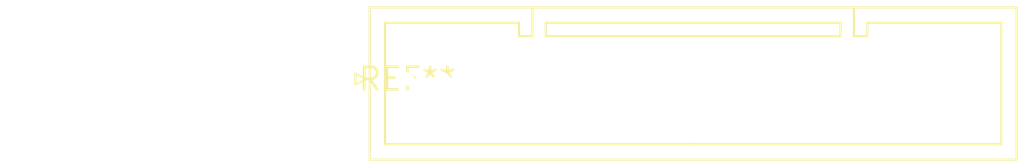
<source format=kicad_pcb>
(kicad_pcb (version 20240108) (generator pcbnew)
  (layers (0 "F.Cu" signal) (31 "B.Cu" signal) (34 "B.Paste" user) (35 "F.Paste" user) (36 "B.SilkS" user "B.Silkscreen") (37 "F.SilkS" user "F.Silkscreen") (38 "B.Mask" user) (39 "F.Mask" user) (44 "Edge.Cuts" user))
  (net 0 "")
  (footprint "JST_PUD_B34B-PUDSS_2x17_P2.00mm_Vertical" (layer "F.Cu") (at 0 0)
    (property "Reference" "REF**")
    (property "Value" "JST_PUD_B34B-PUDSS_2x17_P2.00mm_Vertical")
    (fp_line (start -2.91 -0.3) (end -2.31 0) (layer "F.SilkS") (stroke (width 0.12)))
    (fp_line (start -2.91 0.3) (end -2.91 -0.3) (layer "F.SilkS") (stroke (width 0.12)))
    (fp_line (start -2.31 0) (end -2.91 0.3) (layer "F.SilkS") (stroke (width 0.12)))
    (fp_line (start -2.11 -4.01) (end -2.11 4.51) (layer "F.SilkS") (stroke (width 0.12)))
    (fp_line (start -2.11 4.51) (end 34.11 4.51) (layer "F.SilkS") (stroke (width 0.12)))
    (fp_line (start -1.25 -3.15) (end -1.25 3.65) (layer "F.SilkS") (stroke (width 0.12)))
    (fp_line (start -1.25 3.65) (end 16 3.65) (layer "F.SilkS") (stroke (width 0.12)))
    (fp_line (start 6.25 -3.15) (end -1.25 -3.15) (layer "F.SilkS") (stroke (width 0.12)))
    (fp_line (start 6.25 -2.4) (end 6.25 -3.15) (layer "F.SilkS") (stroke (width 0.12)))
    (fp_line (start 7 -4.01) (end 7 -2.4) (layer "F.SilkS") (stroke (width 0.12)))
    (fp_line (start 7 -2.4) (end 6.25 -2.4) (layer "F.SilkS") (stroke (width 0.12)))
    (fp_line (start 7.75 -3.15) (end 7.75 -2.4) (layer "F.SilkS") (stroke (width 0.12)))
    (fp_line (start 7.75 -2.4) (end 24.25 -2.4) (layer "F.SilkS") (stroke (width 0.12)))
    (fp_line (start 24.25 -3.15) (end 7.75 -3.15) (layer "F.SilkS") (stroke (width 0.12)))
    (fp_line (start 24.25 -2.4) (end 24.25 -3.15) (layer "F.SilkS") (stroke (width 0.12)))
    (fp_line (start 25 -4.01) (end 25 -2.4) (layer "F.SilkS") (stroke (width 0.12)))
    (fp_line (start 25 -2.4) (end 25.75 -2.4) (layer "F.SilkS") (stroke (width 0.12)))
    (fp_line (start 25.75 -3.15) (end 33.25 -3.15) (layer "F.SilkS") (stroke (width 0.12)))
    (fp_line (start 25.75 -2.4) (end 25.75 -3.15) (layer "F.SilkS") (stroke (width 0.12)))
    (fp_line (start 33.25 -3.15) (end 33.25 3.65) (layer "F.SilkS") (stroke (width 0.12)))
    (fp_line (start 33.25 3.65) (end 16 3.65) (layer "F.SilkS") (stroke (width 0.12)))
    (fp_line (start 34.11 -4.01) (end -2.11 -4.01) (layer "F.SilkS") (stroke (width 0.12)))
    (fp_line (start 34.11 4.51) (end 34.11 -4.01) (layer "F.SilkS") (stroke (width 0.12)))
    (pad "1" thru_hole roundrect (at 0 0) (size 1.2 1.2) (drill 0.75) (layers *.Cu *.Mask) (remove_unused_layers) (roundrect_rratio 0.208333))
    (pad "2" thru_hole circle (at 0 2) (size 1.2 1.2) (drill 0.75) (layers *.Cu *.Mask) (remove_unused_layers))
    (pad "3" thru_hole circle (at 2 0) (size 1.2 1.2) (drill 0.75) (layers *.Cu *.Mask) (remove_unused_layers))
    (pad "4" thru_hole circle (at 2 2) (size 1.2 1.2) (drill 0.75) (layers *.Cu *.Mask) (remove_unused_layers))
    (pad "5" thru_hole circle (at 4 0) (size 1.2 1.2) (drill 0.75) (layers *.Cu *.Mask) (remove_unused_layers))
    (pad "6" thru_hole circle (at 4 2) (size 1.2 1.2) (drill 0.75) (layers *.Cu *.Mask) (remove_unused_layers))
    (pad "7" thru_hole circle (at 6 0) (size 1.2 1.2) (drill 0.75) (layers *.Cu *.Mask) (remove_unused_layers))
    (pad "8" thru_hole circle (at 6 2) (size 1.2 1.2) (drill 0.75) (layers *.Cu *.Mask) (remove_unused_layers))
    (pad "9" thru_hole circle (at 8 0) (size 1.2 1.2) (drill 0.75) (layers *.Cu *.Mask) (remove_unused_layers))
    (pad "10" thru_hole circle (at 8 2) (size 1.2 1.2) (drill 0.75) (layers *.Cu *.Mask) (remove_unused_layers))
    (pad "11" thru_hole circle (at 10 0) (size 1.2 1.2) (drill 0.75) (layers *.Cu *.Mask) (remove_unused_layers))
    (pad "12" thru_hole circle (at 10 2) (size 1.2 1.2) (drill 0.75) (layers *.Cu *.Mask) (remove_unused_layers))
    (pad "13" thru_hole circle (at 12 0) (size 1.2 1.2) (drill 0.75) (layers *.Cu *.Mask) (remove_unused_layers))
    (pad "14" thru_hole circle (at 12 2) (size 1.2 1.2) (drill 0.75) (layers *.Cu *.Mask) (remove_unused_layers))
    (pad "15" thru_hole circle (at 14 0) (size 1.2 1.2) (drill 0.75) (layers *.Cu *.Mask) (remove_unused_layers))
    (pad "16" thru_hole circle (at 14 2) (size 1.2 1.2) (drill 0.75) (layers *.Cu *.Mask) (remove_unused_layers))
    (pad "17" thru_hole circle (at 16 0) (size 1.2 1.2) (drill 0.75) (layers *.Cu *.Mask) (remove_unused_layers))
    (pad "18" thru_hole circle (at 16 2) (size 1.2 1.2) (drill 0.75) (layers *.Cu *.Mask) (remove_unused_layers))
    (pad "19" thru_hole circle (at 18 0) (size 1.2 1.2) (drill 0.75) (layers *.Cu *.Mask) (remove_unused_layers))
    (pad "20" thru_hole circle (at 18 2) (size 1.2 1.2) (drill 0.75) (layers *.Cu *.Mask) (remove_unused_layers))
    (pad "21" thru_hole circle (at 20 0) (size 1.2 1.2) (drill 0.75) (layers *.Cu *.Mask) (remove_unused_layers))
    (pad "22" thru_hole circle (at 20 2) (size 1.2 1.2) (drill 0.75) (layers *.Cu *.Mask) (remove_unused_layers))
    (pad "23" thru_hole circle (at 22 0) (size 1.2 1.2) (drill 0.75) (layers *.Cu *.Mask) (remove_unused_layers))
    (pad "24" thru_hole circle (at 22 2) (size 1.2 1.2) (drill 0.75) (layers *.Cu *.Mask) (remove_unused_layers))
    (pad "25" thru_hole circle (at 24 0) (size 1.2 1.2) (drill 0.75) (layers *.Cu *.Mask) (remove_unused_layers))
    (pad "26" thru_hole circle (at 24 2) (size 1.2 1.2) (drill 0.75) (layers *.Cu *.Mask) (remove_unused_layers))
    (pad "27" thru_hole circle (at 26 0) (size 1.2 1.2) (drill 0.75) (layers *.Cu *.Mask) (remove_unused_layers))
    (pad "28" thru_hole circle (at 26 2) (size 1.2 1.2) (drill 0.75) (layers *.Cu *.Mask) (remove_unused_layers))
    (pad "29" thru_hole circle (at 28 0) (size 1.2 1.2) (drill 0.75) (layers *.Cu *.Mask) (remove_unused_layers))
    (pad "30" thru_hole circle (at 28 2) (size 1.2 1.2) (drill 0.75) (layers *.Cu *.Mask) (remove_unused_layers))
    (pad "31" thru_hole circle (at 30 0) (size 1.2 1.2) (drill 0.75) (layers *.Cu *.Mask) (remove_unused_layers))
    (pad "32" thru_hole circle (at 30 2) (size 1.2 1.2) (drill 0.75) (layers *.Cu *.Mask) (remove_unused_layers))
    (pad "33" thru_hole circle (at 32 0) (size 1.2 1.2) (drill 0.75) (layers *.Cu *.Mask) (remove_unused_layers))
    (pad "34" thru_hole circle (at 32 2) (size 1.2 1.2) (drill 0.75) (layers *.Cu *.Mask) (remove_unused_layers))
  )
)
</source>
